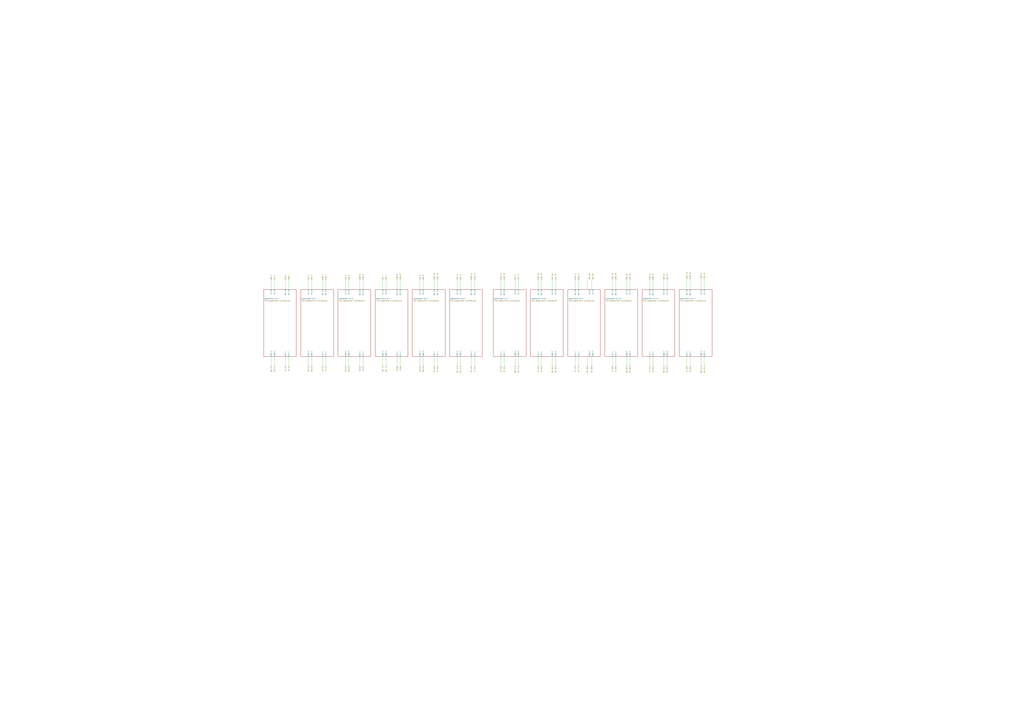
<source format=kicad_sch>
(kicad_sch
	(version 20231120)
	(generator "eeschema")
	(generator_version "8.0")
	(uuid "a48b115d-5929-474c-99af-a7195b6f0be3")
	(paper "A0")
	(lib_symbols)
	(wire
		(pts
			(xy 358.14 414.02) (xy 358.14 425.45)
		)
		(stroke
			(width 0)
			(type default)
		)
		(uuid "01a2f542-cc20-48fb-9768-b277d3721f33")
	)
	(wire
		(pts
			(xy 378.46 325.12) (xy 378.46 336.55)
		)
		(stroke
			(width 0)
			(type default)
		)
		(uuid "01a5d061-018f-432a-97d8-0da8125ebc55")
	)
	(wire
		(pts
			(xy 530.86 325.12) (xy 530.86 336.55)
		)
		(stroke
			(width 0)
			(type default)
		)
		(uuid "04d13afe-c098-4d47-80fe-7fe63ae8eafc")
	)
	(wire
		(pts
			(xy 448.31 414.02) (xy 448.31 425.45)
		)
		(stroke
			(width 0)
			(type default)
		)
		(uuid "0f6f48d1-452f-41b3-aeeb-a8ad3a290ecf")
	)
	(wire
		(pts
			(xy 508 414.02) (xy 508 425.45)
		)
		(stroke
			(width 0)
			(type default)
		)
		(uuid "11e8cdf5-c495-4ec6-8a49-407fec352ee0")
	)
	(wire
		(pts
			(xy 464.82 414.02) (xy 464.82 425.45)
		)
		(stroke
			(width 0)
			(type default)
		)
		(uuid "1395b091-16f4-406d-9b69-797db664cb53")
	)
	(wire
		(pts
			(xy 547.37 325.12) (xy 547.37 336.55)
		)
		(stroke
			(width 0)
			(type default)
		)
		(uuid "16ba195b-0570-4d8e-ba52-a5eb5b9fd326")
	)
	(wire
		(pts
			(xy 797.56 414.02) (xy 797.56 425.45)
		)
		(stroke
			(width 0)
			(type default)
		)
		(uuid "18775cd5-6232-441f-91e6-718809ed07f2")
	)
	(wire
		(pts
			(xy 715.01 414.02) (xy 715.01 425.45)
		)
		(stroke
			(width 0)
			(type default)
		)
		(uuid "19f694d7-5997-4381-8f8a-742a400a2a0a")
	)
	(wire
		(pts
			(xy 628.65 325.12) (xy 628.65 336.55)
		)
		(stroke
			(width 0)
			(type default)
		)
		(uuid "1c504441-5de7-48ad-87c6-58a7103fd522")
	)
	(wire
		(pts
			(xy 461.01 325.12) (xy 461.01 336.55)
		)
		(stroke
			(width 0)
			(type default)
		)
		(uuid "1cec911d-651b-4185-82c2-e5ea89bdba70")
	)
	(wire
		(pts
			(xy 814.07 414.02) (xy 814.07 425.45)
		)
		(stroke
			(width 0)
			(type default)
		)
		(uuid "1eab59d0-44cf-4ff4-9224-04a9742a2681")
	)
	(wire
		(pts
			(xy 318.77 325.12) (xy 318.77 336.55)
		)
		(stroke
			(width 0)
			(type default)
		)
		(uuid "1ec83dd7-1da2-439a-8a12-9cbb643b4b49")
	)
	(wire
		(pts
			(xy 671.83 325.12) (xy 671.83 336.55)
		)
		(stroke
			(width 0)
			(type default)
		)
		(uuid "21889597-34d1-4e40-8639-95557508352d")
	)
	(wire
		(pts
			(xy 681.99 325.12) (xy 681.99 336.55)
		)
		(stroke
			(width 0)
			(type default)
		)
		(uuid "234ef89c-2034-40c8-a184-e73a1a0a62a5")
	)
	(wire
		(pts
			(xy 598.17 414.02) (xy 598.17 425.45)
		)
		(stroke
			(width 0)
			(type default)
		)
		(uuid "23d4b75c-1264-40dc-85ce-434f52a16a89")
	)
	(wire
		(pts
			(xy 401.32 414.02) (xy 401.32 425.45)
		)
		(stroke
			(width 0)
			(type default)
		)
		(uuid "2e011836-a8ae-4d7a-ac1b-e10edf2e143f")
	)
	(wire
		(pts
			(xy 487.68 325.12) (xy 487.68 336.55)
		)
		(stroke
			(width 0)
			(type default)
		)
		(uuid "30ac5f02-cfcc-496e-8d8d-e88512b1d1f9")
	)
	(wire
		(pts
			(xy 711.2 414.02) (xy 711.2 425.45)
		)
		(stroke
			(width 0)
			(type default)
		)
		(uuid "322fcd34-c494-4f66-b250-840bf78d1306")
	)
	(wire
		(pts
			(xy 817.88 414.02) (xy 817.88 425.45)
		)
		(stroke
			(width 0)
			(type default)
		)
		(uuid "3442518b-d94c-438c-b697-1238e1334129")
	)
	(wire
		(pts
			(xy 551.18 325.12) (xy 551.18 336.55)
		)
		(stroke
			(width 0)
			(type default)
		)
		(uuid "34886acd-bab1-4828-8079-d118450ee152")
	)
	(wire
		(pts
			(xy 581.66 414.02) (xy 581.66 425.45)
		)
		(stroke
			(width 0)
			(type default)
		)
		(uuid "34f8fd5a-6e64-4a1d-a182-f9be557fa05d")
	)
	(wire
		(pts
			(xy 405.13 414.02) (xy 405.13 425.45)
		)
		(stroke
			(width 0)
			(type default)
		)
		(uuid "3983a60a-94da-4a43-a6c7-a36d0a61860b")
	)
	(wire
		(pts
			(xy 331.47 325.12) (xy 331.47 336.55)
		)
		(stroke
			(width 0)
			(type default)
		)
		(uuid "399f47e6-aa5f-40c6-96d7-a05c70812d11")
	)
	(wire
		(pts
			(xy 668.02 414.02) (xy 668.02 425.45)
		)
		(stroke
			(width 0)
			(type default)
		)
		(uuid "3d515bb7-d799-4ce9-a0b9-1729ab636946")
	)
	(wire
		(pts
			(xy 444.5 414.02) (xy 444.5 425.45)
		)
		(stroke
			(width 0)
			(type default)
		)
		(uuid "3ffb6eef-ee9b-4286-a196-19af9fa66a4f")
	)
	(wire
		(pts
			(xy 624.84 325.12) (xy 624.84 336.55)
		)
		(stroke
			(width 0)
			(type default)
		)
		(uuid "4541767c-190a-45f1-bca0-cf5a32329733")
	)
	(wire
		(pts
			(xy 378.46 414.02) (xy 378.46 425.45)
		)
		(stroke
			(width 0)
			(type default)
		)
		(uuid "4573063d-d311-48bc-b453-2040fd6d8f1c")
	)
	(wire
		(pts
			(xy 671.83 414.02) (xy 671.83 425.45)
		)
		(stroke
			(width 0)
			(type default)
		)
		(uuid "45976c0b-523a-40e7-bc76-50861dfe71b7")
	)
	(wire
		(pts
			(xy 421.64 325.12) (xy 421.64 336.55)
		)
		(stroke
			(width 0)
			(type default)
		)
		(uuid "496ecbb4-29a3-4530-a802-c675f4e7a6b0")
	)
	(wire
		(pts
			(xy 715.01 325.12) (xy 715.01 336.55)
		)
		(stroke
			(width 0)
			(type default)
		)
		(uuid "49f57ea4-0d07-4ad3-a17e-e1ab7d1fc820")
	)
	(wire
		(pts
			(xy 668.02 325.12) (xy 668.02 336.55)
		)
		(stroke
			(width 0)
			(type default)
		)
		(uuid "53b13a60-6138-4aa3-9872-855b51782e55")
	)
	(wire
		(pts
			(xy 314.96 414.02) (xy 314.96 425.45)
		)
		(stroke
			(width 0)
			(type default)
		)
		(uuid "54cd74c5-ad12-4755-a257-10046d01de67")
	)
	(wire
		(pts
			(xy 374.65 414.02) (xy 374.65 425.45)
		)
		(stroke
			(width 0)
			(type default)
		)
		(uuid "59be2b01-bd62-47e2-8531-4679b9a0cdea")
	)
	(wire
		(pts
			(xy 401.32 325.12) (xy 401.32 336.55)
		)
		(stroke
			(width 0)
			(type default)
		)
		(uuid "5d9c3afc-3d41-480f-b947-3940a06e460e")
	)
	(wire
		(pts
			(xy 585.47 414.02) (xy 585.47 425.45)
		)
		(stroke
			(width 0)
			(type default)
		)
		(uuid "63d22351-54b4-4644-9590-8987d21fbe3b")
	)
	(wire
		(pts
			(xy 508 325.12) (xy 508 336.55)
		)
		(stroke
			(width 0)
			(type default)
		)
		(uuid "64e4dfa5-405f-418c-b938-446cd645159e")
	)
	(wire
		(pts
			(xy 417.83 325.12) (xy 417.83 336.55)
		)
		(stroke
			(width 0)
			(type default)
		)
		(uuid "654f6cf1-3565-4f52-9eb6-1c7497c6e4e6")
	)
	(wire
		(pts
			(xy 421.64 414.02) (xy 421.64 425.45)
		)
		(stroke
			(width 0)
			(type default)
		)
		(uuid "678a7023-c355-4ed4-b699-95d9b55a20bc")
	)
	(wire
		(pts
			(xy 641.35 414.02) (xy 641.35 425.45)
		)
		(stroke
			(width 0)
			(type default)
		)
		(uuid "6ad0de9d-e0d8-4aaf-8614-58cc95dfd82f")
	)
	(wire
		(pts
			(xy 598.17 325.12) (xy 598.17 336.55)
		)
		(stroke
			(width 0)
			(type default)
		)
		(uuid "6bdf5f32-c620-4086-a319-c94698512b29")
	)
	(wire
		(pts
			(xy 817.88 323.85) (xy 817.88 336.55)
		)
		(stroke
			(width 0)
			(type default)
		)
		(uuid "6be71b7f-9d05-4f5f-a27b-5b7086a8785f")
	)
	(wire
		(pts
			(xy 727.71 414.02) (xy 727.71 425.45)
		)
		(stroke
			(width 0)
			(type default)
		)
		(uuid "6fb9a009-666d-4e62-b148-a48047d933df")
	)
	(wire
		(pts
			(xy 770.89 325.12) (xy 770.89 336.55)
		)
		(stroke
			(width 0)
			(type default)
		)
		(uuid "70f620bb-c3cc-4722-98dd-bb18879c498a")
	)
	(wire
		(pts
			(xy 645.16 414.02) (xy 645.16 425.45)
		)
		(stroke
			(width 0)
			(type default)
		)
		(uuid "717e83e0-6588-4d10-a4f2-d58880406a4a")
	)
	(wire
		(pts
			(xy 314.96 325.12) (xy 314.96 336.55)
		)
		(stroke
			(width 0)
			(type default)
		)
		(uuid "7c2e3826-d1c8-4d3a-8b2b-6356556f11b8")
	)
	(wire
		(pts
			(xy 801.37 323.85) (xy 801.37 336.55)
		)
		(stroke
			(width 0)
			(type default)
		)
		(uuid "7f1efee6-c0b4-46d8-8a9d-466a4a0badf3")
	)
	(wire
		(pts
			(xy 335.28 325.12) (xy 335.28 336.55)
		)
		(stroke
			(width 0)
			(type default)
		)
		(uuid "81cca33e-2d72-4e12-9ff3-727a6f7fbde2")
	)
	(wire
		(pts
			(xy 530.86 414.02) (xy 530.86 425.45)
		)
		(stroke
			(width 0)
			(type default)
		)
		(uuid "915589bd-0c4d-4a2f-b5cc-f0043ae2f42a")
	)
	(wire
		(pts
			(xy 758.19 325.12) (xy 758.19 336.55)
		)
		(stroke
			(width 0)
			(type default)
		)
		(uuid "99bb6518-f356-439d-8ec4-7fc1503a3e7f")
	)
	(wire
		(pts
			(xy 358.14 325.12) (xy 358.14 336.55)
		)
		(stroke
			(width 0)
			(type default)
		)
		(uuid "9af00dc1-7afd-4613-a98f-a9487f3048e9")
	)
	(wire
		(pts
			(xy 731.52 325.12) (xy 731.52 336.55)
		)
		(stroke
			(width 0)
			(type default)
		)
		(uuid "9b53fea9-0b52-4eb2-aedd-682e35e6f8dd")
	)
	(wire
		(pts
			(xy 585.47 325.12) (xy 585.47 336.55)
		)
		(stroke
			(width 0)
			(type default)
		)
		(uuid "a223365e-2cd9-440c-abcc-51605d603191")
	)
	(wire
		(pts
			(xy 331.47 414.02) (xy 331.47 425.45)
		)
		(stroke
			(width 0)
			(type default)
		)
		(uuid "a77d0c73-b51a-4f7d-848b-8a89f1e33a15")
	)
	(wire
		(pts
			(xy 628.65 414.02) (xy 628.65 425.45)
		)
		(stroke
			(width 0)
			(type default)
		)
		(uuid "aac3640f-2071-4e08-9384-92ed652e9fcd")
	)
	(wire
		(pts
			(xy 774.7 414.02) (xy 774.7 425.45)
		)
		(stroke
			(width 0)
			(type default)
		)
		(uuid "ac793288-897b-48c5-a2bc-ece5dd0364e3")
	)
	(wire
		(pts
			(xy 487.68 414.02) (xy 487.68 425.45)
		)
		(stroke
			(width 0)
			(type default)
		)
		(uuid "ae4a5948-6974-47ae-893d-39d4b224ac5e")
	)
	(wire
		(pts
			(xy 534.67 325.12) (xy 534.67 336.55)
		)
		(stroke
			(width 0)
			(type default)
		)
		(uuid "b1320c42-3cc8-4e8b-b8eb-f08592fd4785")
	)
	(wire
		(pts
			(xy 801.37 414.02) (xy 801.37 425.45)
		)
		(stroke
			(width 0)
			(type default)
		)
		(uuid "b38bf914-ffbe-4770-ae66-5b49d5289181")
	)
	(wire
		(pts
			(xy 361.95 325.12) (xy 361.95 336.55)
		)
		(stroke
			(width 0)
			(type default)
		)
		(uuid "b5ab3e3f-ef82-46c8-87d3-c68a61f6125d")
	)
	(wire
		(pts
			(xy 727.71 325.12) (xy 727.71 336.55)
		)
		(stroke
			(width 0)
			(type default)
		)
		(uuid "b5d15463-e65d-43ca-a79c-973e0b517e3e")
	)
	(wire
		(pts
			(xy 754.38 414.02) (xy 754.38 425.45)
		)
		(stroke
			(width 0)
			(type default)
		)
		(uuid "ba59e4de-8ab6-43c6-b758-d2e97a86ef2b")
	)
	(wire
		(pts
			(xy 581.66 325.12) (xy 581.66 336.55)
		)
		(stroke
			(width 0)
			(type default)
		)
		(uuid "bb149841-7eaa-4144-8b82-d5425f29301f")
	)
	(wire
		(pts
			(xy 601.98 414.02) (xy 601.98 425.45)
		)
		(stroke
			(width 0)
			(type default)
		)
		(uuid "bc50058b-59b3-4112-99ee-13821d767da8")
	)
	(wire
		(pts
			(xy 361.95 414.02) (xy 361.95 425.45)
		)
		(stroke
			(width 0)
			(type default)
		)
		(uuid "bdaf6bed-58ee-4350-9c01-0770d02d092e")
	)
	(wire
		(pts
			(xy 687.07 325.12) (xy 687.07 336.55)
		)
		(stroke
			(width 0)
			(type default)
		)
		(uuid "be5a7378-144f-4bcc-9c32-7f21d90621ff")
	)
	(wire
		(pts
			(xy 601.98 325.12) (xy 601.98 336.55)
		)
		(stroke
			(width 0)
			(type default)
		)
		(uuid "c2b80058-aa9a-4137-afbf-20fa49cc3968")
	)
	(wire
		(pts
			(xy 547.37 414.02) (xy 547.37 425.45)
		)
		(stroke
			(width 0)
			(type default)
		)
		(uuid "c34f2924-0724-4a85-a036-5489e749be39")
	)
	(wire
		(pts
			(xy 624.84 414.02) (xy 624.84 425.45)
		)
		(stroke
			(width 0)
			(type default)
		)
		(uuid "c352f81e-0f12-4b05-bab6-22c781d3b5df")
	)
	(wire
		(pts
			(xy 504.19 414.02) (xy 504.19 425.45)
		)
		(stroke
			(width 0)
			(type default)
		)
		(uuid "c5224365-c6e8-4be3-b695-19e083f1a024")
	)
	(wire
		(pts
			(xy 335.28 414.02) (xy 335.28 425.45)
		)
		(stroke
			(width 0)
			(type default)
		)
		(uuid "c6cc6e77-ed78-4b1f-a3da-cb5068861d37")
	)
	(wire
		(pts
			(xy 491.49 414.02) (xy 491.49 425.45)
		)
		(stroke
			(width 0)
			(type default)
		)
		(uuid "c78375d4-c23e-4688-91b0-ff7070c30cf0")
	)
	(wire
		(pts
			(xy 504.19 325.12) (xy 504.19 336.55)
		)
		(stroke
			(width 0)
			(type default)
		)
		(uuid "c914402c-9193-4125-ad54-9fc79931cb9e")
	)
	(wire
		(pts
			(xy 774.7 325.12) (xy 774.7 336.55)
		)
		(stroke
			(width 0)
			(type default)
		)
		(uuid "c9f26cf9-0c9b-4a63-9b23-2bec3e8ce295")
	)
	(wire
		(pts
			(xy 731.52 414.02) (xy 731.52 425.45)
		)
		(stroke
			(width 0)
			(type default)
		)
		(uuid "cd6fc569-2454-4f54-be1e-1907b0d4ae02")
	)
	(wire
		(pts
			(xy 374.65 325.12) (xy 374.65 336.55)
		)
		(stroke
			(width 0)
			(type default)
		)
		(uuid "cd978103-1484-4cd3-883c-ac25a5a6923f")
	)
	(wire
		(pts
			(xy 405.13 325.12) (xy 405.13 336.55)
		)
		(stroke
			(width 0)
			(type default)
		)
		(uuid "d076664d-f332-477c-b5f3-a5cafe51b324")
	)
	(wire
		(pts
			(xy 318.77 414.02) (xy 318.77 425.45)
		)
		(stroke
			(width 0)
			(type default)
		)
		(uuid "d8eb7ed0-f912-43a1-ac7d-bc4ed46d9c0d")
	)
	(wire
		(pts
			(xy 551.18 414.02) (xy 551.18 425.45)
		)
		(stroke
			(width 0)
			(type default)
		)
		(uuid "d98b01dd-6e8e-4cd9-8ef8-d7c8b2ca6398")
	)
	(wire
		(pts
			(xy 681.99 414.02) (xy 681.99 425.45)
		)
		(stroke
			(width 0)
			(type default)
		)
		(uuid "daae9b24-8a7e-46dd-ad4c-73bc49b5f18a")
	)
	(wire
		(pts
			(xy 758.19 414.02) (xy 758.19 425.45)
		)
		(stroke
			(width 0)
			(type default)
		)
		(uuid "dc5c6c53-f849-4e3b-bd68-56f76743783e")
	)
	(wire
		(pts
			(xy 464.82 325.12) (xy 464.82 336.55)
		)
		(stroke
			(width 0)
			(type default)
		)
		(uuid "ded0f6f3-37f7-41da-81cb-562d8c3cca8d")
	)
	(wire
		(pts
			(xy 770.89 414.02) (xy 770.89 425.45)
		)
		(stroke
			(width 0)
			(type default)
		)
		(uuid "defb5388-ea03-4dbe-b124-d6d9e46d034e")
	)
	(wire
		(pts
			(xy 641.35 325.12) (xy 641.35 336.55)
		)
		(stroke
			(width 0)
			(type default)
		)
		(uuid "df86be6e-0be6-4459-b341-5db6cc2234dc")
	)
	(wire
		(pts
			(xy 448.31 325.12) (xy 448.31 336.55)
		)
		(stroke
			(width 0)
			(type default)
		)
		(uuid "e417a145-6401-4db0-8328-84c235cd2ca7")
	)
	(wire
		(pts
			(xy 417.83 414.02) (xy 417.83 425.45)
		)
		(stroke
			(width 0)
			(type default)
		)
		(uuid "e4c6c7d7-79a1-4444-9df7-2d11a73bc3d5")
	)
	(wire
		(pts
			(xy 444.5 325.12) (xy 444.5 336.55)
		)
		(stroke
			(width 0)
			(type default)
		)
		(uuid "e910626c-07fd-4353-a8ff-70a98aeba6ed")
	)
	(wire
		(pts
			(xy 687.07 414.02) (xy 687.07 425.45)
		)
		(stroke
			(width 0)
			(type default)
		)
		(uuid "eba965ef-31e5-45ba-b612-ecb1a62eb818")
	)
	(wire
		(pts
			(xy 491.49 325.12) (xy 491.49 336.55)
		)
		(stroke
			(width 0)
			(type default)
		)
		(uuid "ebaad3ba-7b4a-40f5-bd9c-a245e39eb065")
	)
	(wire
		(pts
			(xy 645.16 325.12) (xy 645.16 336.55)
		)
		(stroke
			(width 0)
			(type default)
		)
		(uuid "ecac3d17-1db1-4c09-902b-10851d7a1d3b")
	)
	(wire
		(pts
			(xy 534.67 414.02) (xy 534.67 425.45)
		)
		(stroke
			(width 0)
			(type default)
		)
		(uuid "edfa2e96-e031-4956-819c-d433d81bbf4c")
	)
	(wire
		(pts
			(xy 754.38 325.12) (xy 754.38 336.55)
		)
		(stroke
			(width 0)
			(type default)
		)
		(uuid "f34883db-a919-45b0-941a-c58dc01cf7a5")
	)
	(wire
		(pts
			(xy 461.01 414.02) (xy 461.01 425.45)
		)
		(stroke
			(width 0)
			(type default)
		)
		(uuid "f361b54a-17fc-4853-82f7-aa90f5efcd32")
	)
	(wire
		(pts
			(xy 797.56 323.85) (xy 797.56 336.55)
		)
		(stroke
			(width 0)
			(type default)
		)
		(uuid "f4222e76-1492-4b64-900e-0dd8211d53ba")
	)
	(wire
		(pts
			(xy 814.07 323.85) (xy 814.07 336.55)
		)
		(stroke
			(width 0)
			(type default)
		)
		(uuid "f85c64db-2ef0-46f1-a5b6-ba381633be2c")
	)
	(wire
		(pts
			(xy 711.2 325.12) (xy 711.2 336.55)
		)
		(stroke
			(width 0)
			(type default)
		)
		(uuid "fa312dc2-480e-4668-aa7f-37fbbb486f4c")
	)
	(hierarchical_label "BI 11"
		(shape input)
		(at 534.67 325.12 90)
		(fields_autoplaced yes)
		(effects
			(font
				(size 1.27 1.27)
			)
			(justify left)
		)
		(uuid "01d22240-3660-49b2-bccf-d64c25a9deaf")
	)
	(hierarchical_label "DO 12"
		(shape output)
		(at 551.18 325.12 90)
		(fields_autoplaced yes)
		(effects
			(font
				(size 1.27 1.27)
			)
			(justify left)
		)
		(uuid "045132d9-decf-426c-bfcc-a18a0ccd6b58")
	)
	(hierarchical_label "BI 8"
		(shape input)
		(at 461.01 425.45 270)
		(fields_autoplaced yes)
		(effects
			(font
				(size 1.27 1.27)
			)
			(justify right)
		)
		(uuid "0c19e69c-a04a-4804-af6d-abd1e53abab1")
	)
	(hierarchical_label "DO 7"
		(shape output)
		(at 444.5 425.45 270)
		(fields_autoplaced yes)
		(effects
			(font
				(size 1.27 1.27)
			)
			(justify right)
		)
		(uuid "0c2060e4-7a35-4d98-b132-2e5aaf30fab2")
	)
	(hierarchical_label "DO 20"
		(shape output)
		(at 731.52 425.45 270)
		(fields_autoplaced yes)
		(effects
			(font
				(size 1.27 1.27)
			)
			(justify right)
		)
		(uuid "0f211181-89a8-454f-a0a6-33e4bf5a7e25")
	)
	(hierarchical_label "BI 22"
		(shape input)
		(at 770.89 325.12 90)
		(fields_autoplaced yes)
		(effects
			(font
				(size 1.27 1.27)
			)
			(justify left)
		)
		(uuid "128bf286-76a3-4ea0-a5aa-5095da3cb951")
	)
	(hierarchical_label "BO 15"
		(shape output)
		(at 628.65 325.12 90)
		(fields_autoplaced yes)
		(effects
			(font
				(size 1.27 1.27)
			)
			(justify left)
		)
		(uuid "1508bf1d-2702-40bd-95b2-724e69d47705")
	)
	(hierarchical_label "DI 17"
		(shape input)
		(at 668.02 425.45 270)
		(fields_autoplaced yes)
		(effects
			(font
				(size 1.27 1.27)
			)
			(justify right)
		)
		(uuid "1582cdfc-c756-4d4b-aa18-aae36cbcbbb8")
	)
	(hierarchical_label "BI 17"
		(shape input)
		(at 671.83 425.45 270)
		(fields_autoplaced yes)
		(effects
			(font
				(size 1.27 1.27)
			)
			(justify right)
		)
		(uuid "17f9886e-4bcd-4a64-bce5-98cb6ed40be7")
	)
	(hierarchical_label "DI 20"
		(shape input)
		(at 731.52 325.12 90)
		(fields_autoplaced yes)
		(effects
			(font
				(size 1.27 1.27)
			)
			(justify left)
		)
		(uuid "19460cd7-32f7-4c15-bda4-bb3b6ba0a7c8")
	)
	(hierarchical_label "BO 21"
		(shape output)
		(at 758.19 325.12 90)
		(fields_autoplaced yes)
		(effects
			(font
				(size 1.27 1.27)
			)
			(justify left)
		)
		(uuid "196e4b24-8598-47ac-ab5e-a2334ccdc0cb")
	)
	(hierarchical_label "DI 7"
		(shape input)
		(at 444.5 325.12 90)
		(fields_autoplaced yes)
		(effects
			(font
				(size 1.27 1.27)
			)
			(justify left)
		)
		(uuid "19956cea-2421-4be3-9210-352ca43dd61a")
	)
	(hierarchical_label "BI 9"
		(shape input)
		(at 491.49 325.12 90)
		(fields_autoplaced yes)
		(effects
			(font
				(size 1.27 1.27)
			)
			(justify left)
		)
		(uuid "20366f8b-de79-4f85-9194-37676e5d4d7c")
	)
	(hierarchical_label "BO 23"
		(shape output)
		(at 801.37 323.85 90)
		(fields_autoplaced yes)
		(effects
			(font
				(size 1.27 1.27)
			)
			(justify left)
		)
		(uuid "24c3c305-6438-41e7-a58d-b6cc37a71ead")
	)
	(hierarchical_label "BO 18"
		(shape output)
		(at 681.99 425.45 270)
		(fields_autoplaced yes)
		(effects
			(font
				(size 1.27 1.27)
			)
			(justify right)
		)
		(uuid "324ea0fe-2823-4b74-9915-b762480f0a2f")
	)
	(hierarchical_label "DO 22"
		(shape output)
		(at 774.7 425.45 270)
		(fields_autoplaced yes)
		(effects
			(font
				(size 1.27 1.27)
			)
			(justify right)
		)
		(uuid "34d85f3f-f16f-410f-afb6-f23987c55ca0")
	)
	(hierarchical_label "BO 17"
		(shape output)
		(at 671.83 325.12 90)
		(fields_autoplaced yes)
		(effects
			(font
				(size 1.27 1.27)
			)
			(justify left)
		)
		(uuid "36d1373e-3f83-47df-bca6-f01b0a7a64f4")
	)
	(hierarchical_label "DI 6"
		(shape input)
		(at 421.64 425.45 270)
		(fields_autoplaced yes)
		(effects
			(font
				(size 1.27 1.27)
			)
			(justify right)
		)
		(uuid "3884c261-bbf0-4c31-a58e-7f6e07fbb9aa")
	)
	(hierarchical_label "BI 20"
		(shape input)
		(at 727.71 325.12 90)
		(fields_autoplaced yes)
		(effects
			(font
				(size 1.27 1.27)
			)
			(justify left)
		)
		(uuid "39263045-a745-43f5-adc8-128b0a92dae0")
	)
	(hierarchical_label "DO 13"
		(shape output)
		(at 581.66 325.12 90)
		(fields_autoplaced yes)
		(effects
			(font
				(size 1.27 1.27)
			)
			(justify left)
		)
		(uuid "39f07a93-2e6e-4535-b98f-4449aa59d41e")
	)
	(hierarchical_label "BI 14"
		(shape input)
		(at 598.17 325.12 90)
		(fields_autoplaced yes)
		(effects
			(font
				(size 1.27 1.27)
			)
			(justify left)
		)
		(uuid "3bb5e7d0-dae8-428f-8998-ef1e30e643bc")
	)
	(hierarchical_label "DO 24"
		(shape output)
		(at 817.88 425.45 270)
		(fields_autoplaced yes)
		(effects
			(font
				(size 1.27 1.27)
			)
			(justify right)
		)
		(uuid "3de11ab6-ce91-46db-89d5-0b6244902863")
	)
	(hierarchical_label "DI 16"
		(shape input)
		(at 645.16 325.12 90)
		(fields_autoplaced yes)
		(effects
			(font
				(size 1.27 1.27)
			)
			(justify left)
		)
		(uuid "3f77b906-5f0c-473b-86e5-4fa9e1a777fc")
	)
	(hierarchical_label "BO 12"
		(shape output)
		(at 547.37 325.12 90)
		(fields_autoplaced yes)
		(effects
			(font
				(size 1.27 1.27)
			)
			(justify left)
		)
		(uuid "41da603e-6a5a-4f9c-b9ad-f665338adeac")
	)
	(hierarchical_label "BI 1"
		(shape input)
		(at 335.28 425.45 270)
		(fields_autoplaced yes)
		(effects
			(font
				(size 1.27 1.27)
			)
			(justify right)
		)
		(uuid "435079ec-ae1f-43ca-b13d-9463d145594b")
	)
	(hierarchical_label "BO 1"
		(shape output)
		(at 335.28 325.12 90)
		(fields_autoplaced yes)
		(effects
			(font
				(size 1.27 1.27)
			)
			(justify left)
		)
		(uuid "44ba7993-f77b-4250-ab62-ad1e73acb745")
	)
	(hierarchical_label "BO 5"
		(shape output)
		(at 405.13 425.45 270)
		(fields_autoplaced yes)
		(effects
			(font
				(size 1.27 1.27)
			)
			(justify right)
		)
		(uuid "45d6a909-6459-4cdf-822d-4e60c0fbbcea")
	)
	(hierarchical_label "DI 1"
		(shape input)
		(at 331.47 425.45 270)
		(fields_autoplaced yes)
		(effects
			(font
				(size 1.27 1.27)
			)
			(justify right)
		)
		(uuid "46565ceb-4682-4738-aff3-328bb00002b4")
	)
	(hierarchical_label "DO 17"
		(shape output)
		(at 668.02 325.12 90)
		(fields_autoplaced yes)
		(effects
			(font
				(size 1.27 1.27)
			)
			(justify left)
		)
		(uuid "468ab6f2-4dae-499e-8e1b-c442cec28629")
	)
	(hierarchical_label "BO 14"
		(shape output)
		(at 598.17 425.45 270)
		(fields_autoplaced yes)
		(effects
			(font
				(size 1.27 1.27)
			)
			(justify right)
		)
		(uuid "48adae95-c7b7-4006-bc58-9985a6f9cc33")
	)
	(hierarchical_label "BI 16"
		(shape input)
		(at 641.35 325.12 90)
		(fields_autoplaced yes)
		(effects
			(font
				(size 1.27 1.27)
			)
			(justify left)
		)
		(uuid "4c5eb704-f794-461e-a8f7-3342d5afbdc2")
	)
	(hierarchical_label "BI 2"
		(shape input)
		(at 314.96 325.12 90)
		(fields_autoplaced yes)
		(effects
			(font
				(size 1.27 1.27)
			)
			(justify left)
		)
		(uuid "4ea665b0-3ffb-424f-8713-1d57162817e6")
	)
	(hierarchical_label "BI 15"
		(shape input)
		(at 628.65 425.45 270)
		(fields_autoplaced yes)
		(effects
			(font
				(size 1.27 1.27)
			)
			(justify right)
		)
		(uuid "52b572b8-8148-4964-a830-9495617872ee")
	)
	(hierarchical_label "BO 7"
		(shape output)
		(at 448.31 425.45 270)
		(fields_autoplaced yes)
		(effects
			(font
				(size 1.27 1.27)
			)
			(justify right)
		)
		(uuid "568cdea8-446d-4420-9915-ce9ba3e6dc7d")
	)
	(hierarchical_label "DI 9"
		(shape input)
		(at 487.68 325.12 90)
		(fields_autoplaced yes)
		(effects
			(font
				(size 1.27 1.27)
			)
			(justify left)
		)
		(uuid "5bcd2d2c-0f4a-4076-bf86-b51f1d27c1c7")
	)
	(hierarchical_label "BI 3"
		(shape input)
		(at 361.95 325.12 90)
		(fields_autoplaced yes)
		(effects
			(font
				(size 1.27 1.27)
			)
			(justify left)
		)
		(uuid "5c04e4ba-a8ec-42a3-9a86-162c30eccafb")
	)
	(hierarchical_label "DI 22"
		(shape input)
		(at 774.7 325.12 90)
		(fields_autoplaced yes)
		(effects
			(font
				(size 1.27 1.27)
			)
			(justify left)
		)
		(uuid "5cfc833e-c2ed-408e-98c3-b7493faeb968")
	)
	(hierarchical_label "BO 8"
		(shape output)
		(at 464.82 325.12 90)
		(fields_autoplaced yes)
		(effects
			(font
				(size 1.27 1.27)
			)
			(justify left)
		)
		(uuid "61776e4d-d835-4740-96a2-084a069de739")
	)
	(hierarchical_label "DO 18"
		(shape output)
		(at 687.07 425.45 270)
		(fields_autoplaced yes)
		(effects
			(font
				(size 1.27 1.27)
			)
			(justify right)
		)
		(uuid "620fdd14-5ff4-4b40-9090-488a725fadcc")
	)
	(hierarchical_label "DI 11"
		(shape input)
		(at 530.86 325.12 90)
		(fields_autoplaced yes)
		(effects
			(font
				(size 1.27 1.27)
			)
			(justify left)
		)
		(uuid "632a40ea-181d-4eda-9ac6-fbbe2cf5c977")
	)
	(hierarchical_label "BI 7"
		(shape input)
		(at 448.31 325.12 90)
		(fields_autoplaced yes)
		(effects
			(font
				(size 1.27 1.27)
			)
			(justify left)
		)
		(uuid "63537d1f-69ac-4ee4-8625-be902b3e4cc4")
	)
	(hierarchical_label "BO 19"
		(shape output)
		(at 715.01 325.12 90)
		(fields_autoplaced yes)
		(effects
			(font
				(size 1.27 1.27)
			)
			(justify left)
		)
		(uuid "6722379d-4ac6-4d35-8d5c-e42f4445a841")
	)
	(hierarchical_label "DI 8"
		(shape input)
		(at 464.82 425.45 270)
		(fields_autoplaced yes)
		(effects
			(font
				(size 1.27 1.27)
			)
			(justify right)
		)
		(uuid "67a0ca14-8d25-4417-b2b2-f931cb3b3ccc")
	)
	(hierarchical_label "BI 24"
		(shape input)
		(at 814.07 323.85 90)
		(fields_autoplaced yes)
		(effects
			(font
				(size 1.27 1.27)
			)
			(justify left)
		)
		(uuid "6af60980-48b6-44ad-976a-da02d7ef17f6")
	)
	(hierarchical_label "BI 5"
		(shape input)
		(at 405.13 325.12 90)
		(fields_autoplaced yes)
		(effects
			(font
				(size 1.27 1.27)
			)
			(justify left)
		)
		(uuid "7802c613-d74a-45e0-b22d-e4057e2ab43f")
	)
	(hierarchical_label "DI 18"
		(shape input)
		(at 688.34 325.12 90)
		(fields_autoplaced yes)
		(effects
			(font
				(size 1.27 1.27)
			)
			(justify left)
		)
		(uuid "78a2b429-dc0f-45ac-b80c-a0744c06a87d")
	)
	(hierarchical_label "BI 19"
		(shape input)
		(at 715.01 425.45 270)
		(fields_autoplaced yes)
		(effects
			(font
				(size 1.27 1.27)
			)
			(justify right)
		)
		(uuid "79ff27f5-e0af-4eb7-95d2-c22de080ae00")
	)
	(hierarchical_label "BO 2"
		(shape output)
		(at 314.96 425.45 270)
		(fields_autoplaced yes)
		(effects
			(font
				(size 1.27 1.27)
			)
			(justify right)
		)
		(uuid "7a67f15f-8416-4f22-b303-3854eec37011")
	)
	(hierarchical_label "BI 18"
		(shape input)
		(at 684.53 325.12 90)
		(fields_autoplaced yes)
		(effects
			(font
				(size 1.27 1.27)
			)
			(justify left)
		)
		(uuid "7ddad32a-076d-413d-8bbd-aa85cab209fc")
	)
	(hierarchical_label "DI 2"
		(shape input)
		(at 318.77 325.12 90)
		(fields_autoplaced yes)
		(effects
			(font
				(size 1.27 1.27)
			)
			(justify left)
		)
		(uuid "80904779-dc4b-4bdd-bae3-2b873cdba896")
	)
	(hierarchical_label "DO 15"
		(shape output)
		(at 624.84 325.12 90)
		(fields_autoplaced yes)
		(effects
			(font
				(size 1.27 1.27)
			)
			(justify left)
		)
		(uuid "818a9e3b-77ae-43b4-9853-574a0aa0e963")
	)
	(hierarchical_label "BO 24"
		(shape output)
		(at 814.07 425.45 270)
		(fields_autoplaced yes)
		(effects
			(font
				(size 1.27 1.27)
			)
			(justify right)
		)
		(uuid "81a58319-f8b3-4bab-968d-0fc21961cf97")
	)
	(hierarchical_label "DI 12"
		(shape input)
		(at 551.18 425.45 270)
		(fields_autoplaced yes)
		(effects
			(font
				(size 1.27 1.27)
			)
			(justify right)
		)
		(uuid "823f89f1-9f2a-48d3-9d9a-6e18d048abd5")
	)
	(hierarchical_label "DI 4"
		(shape input)
		(at 378.46 425.45 270)
		(fields_autoplaced yes)
		(effects
			(font
				(size 1.27 1.27)
			)
			(justify right)
		)
		(uuid "86cccd9a-7fa0-4305-bac5-64d4e6b1529f")
	)
	(hierarchical_label "DO 16"
		(shape output)
		(at 645.16 425.45 270)
		(fields_autoplaced yes)
		(effects
			(font
				(size 1.27 1.27)
			)
			(justify right)
		)
		(uuid "8b3dd7ce-45c4-4cfa-a860-c6d61af7cc4f")
	)
	(hierarchical_label "DO 1"
		(shape output)
		(at 331.47 325.12 90)
		(fields_autoplaced yes)
		(effects
			(font
				(size 1.27 1.27)
			)
			(justify left)
		)
		(uuid "8bb2def8-e9d4-46a5-81e7-076dbe856314")
	)
	(hierarchical_label "BO 13"
		(shape output)
		(at 585.47 325.12 90)
		(fields_autoplaced yes)
		(effects
			(font
				(size 1.27 1.27)
			)
			(justify left)
		)
		(uuid "8f5a732d-6168-46e5-9273-81fff16bcf58")
	)
	(hierarchical_label "DO 14"
		(shape output)
		(at 601.98 425.45 270)
		(fields_autoplaced yes)
		(effects
			(font
				(size 1.27 1.27)
			)
			(justify right)
		)
		(uuid "8f62dba2-15dc-452d-8dc8-a636491123b4")
	)
	(hierarchical_label "BO 4"
		(shape output)
		(at 374.65 325.12 90)
		(fields_autoplaced yes)
		(effects
			(font
				(size 1.27 1.27)
			)
			(justify left)
		)
		(uuid "91cb7159-c887-4417-8530-7ce331533605")
	)
	(hierarchical_label "DI 5"
		(shape input)
		(at 401.32 325.12 90)
		(fields_autoplaced yes)
		(effects
			(font
				(size 1.27 1.27)
			)
			(justify left)
		)
		(uuid "9bcbb119-9a89-4c3f-997d-3fcde17834b8")
	)
	(hierarchical_label "BO 3"
		(shape output)
		(at 361.95 425.45 270)
		(fields_autoplaced yes)
		(effects
			(font
				(size 1.27 1.27)
			)
			(justify right)
		)
		(uuid "a6de0ea5-0193-4bc9-883b-46d3ec514bcb")
	)
	(hierarchical_label "BO 11"
		(shape output)
		(at 534.67 425.45 270)
		(fields_autoplaced yes)
		(effects
			(font
				(size 1.27 1.27)
			)
			(justify right)
		)
		(uuid "a8cb91e8-a9cf-4003-8679-ebb17e0d13f2")
	)
	(hierarchical_label "BO 9"
		(shape output)
		(at 491.49 425.45 270)
		(fields_autoplaced yes)
		(effects
			(font
				(size 1.27 1.27)
			)
			(justify right)
		)
		(uuid "b28cd139-1f1b-41cd-a138-81989a6061a6")
	)
	(hierarchical_label "BI 21"
		(shape input)
		(at 758.19 425.45 270)
		(fields_autoplaced yes)
		(effects
			(font
				(size 1.27 1.27)
			)
			(justify right)
		)
		(uuid "b41c82f1-a854-4ac7-aa6f-dc0fe5559bc0")
	)
	(hierarchical_label "DI 14"
		(shape input)
		(at 601.98 325.12 90)
		(fields_autoplaced yes)
		(effects
			(font
				(size 1.27 1.27)
			)
			(justify left)
		)
		(uuid "b477f87f-9f87-4a50-b3aa-5be22122c3cf")
	)
	(hierarchical_label "DI 21"
		(shape input)
		(at 754.38 425.45 270)
		(fields_autoplaced yes)
		(effects
			(font
				(size 1.27 1.27)
			)
			(justify right)
		)
		(uuid "b5c7d917-5c3e-4af5-83a8-9de9c4d1f224")
	)
	(hierarchical_label "DO 23"
		(shape output)
		(at 797.56 323.85 90)
		(fields_autoplaced yes)
		(effects
			(font
				(size 1.27 1.27)
			)
			(justify left)
		)
		(uuid "b8d062cf-60cf-4d34-a4e8-d65c40a202ac")
	)
	(hierarchical_label "DO 2"
		(shape output)
		(at 318.77 425.45 270)
		(fields_autoplaced yes)
		(effects
			(font
				(size 1.27 1.27)
			)
			(justify right)
		)
		(uuid "baf1ac96-e17b-4fba-a253-55f4fbffe3dc")
	)
	(hierarchical_label "DO 5"
		(shape output)
		(at 401.32 425.45 270)
		(fields_autoplaced yes)
		(effects
			(font
				(size 1.27 1.27)
			)
			(justify right)
		)
		(uuid "bda3bdaf-24cd-4a00-bccb-8fdfc0d4d0e0")
	)
	(hierarchical_label "BO 16"
		(shape output)
		(at 641.35 425.45 270)
		(fields_autoplaced yes)
		(effects
			(font
				(size 1.27 1.27)
			)
			(justify right)
		)
		(uuid "bee8cf9d-ae61-48df-b7dc-791df409d738")
	)
	(hierarchical_label "DI 3"
		(shape input)
		(at 358.14 325.12 90)
		(fields_autoplaced yes)
		(effects
			(font
				(size 1.27 1.27)
			)
			(justify left)
		)
		(uuid "bf43be98-80f6-40e6-a8e7-aa993e6443de")
	)
	(hierarchical_label "DI 24"
		(shape input)
		(at 817.88 323.85 90)
		(fields_autoplaced yes)
		(effects
			(font
				(size 1.27 1.27)
			)
			(justify left)
		)
		(uuid "c1d3425a-5061-4662-b01e-6109f634a311")
	)
	(hierarchical_label "DO 8"
		(shape output)
		(at 461.01 325.12 90)
		(fields_autoplaced yes)
		(effects
			(font
				(size 1.27 1.27)
			)
			(justify left)
		)
		(uuid "c2f6a245-9a45-4c70-b34e-99d7d3e688ed")
	)
	(hierarchical_label "BO 22"
		(shape output)
		(at 770.89 425.45 270)
		(fields_autoplaced yes)
		(effects
			(font
				(size 1.27 1.27)
			)
			(justify right)
		)
		(uuid "c3160554-2a13-42fe-880f-7b635bd1a591")
	)
	(hierarchical_label "DO 4"
		(shape output)
		(at 378.46 325.12 90)
		(fields_autoplaced yes)
		(effects
			(font
				(size 1.27 1.27)
			)
			(justify left)
		)
		(uuid "c7e816d7-1a7e-499f-82f0-3c55c81fbdc6")
	)
	(hierarchical_label "BO 10"
		(shape output)
		(at 504.19 325.12 90)
		(fields_autoplaced yes)
		(effects
			(font
				(size 1.27 1.27)
			)
			(justify left)
		)
		(uuid "cc0b75de-a84d-436f-9f2a-9dcd6956a8d7")
	)
	(hierarchical_label "DI 13"
		(shape input)
		(at 581.66 425.45 270)
		(fields_autoplaced yes)
		(effects
			(font
				(size 1.27 1.27)
			)
			(justify right)
		)
		(uuid "cc628ed2-36e8-4eee-b56f-7eb05db9159d")
	)
	(hierarchical_label "DI 19"
		(shape input)
		(at 711.2 425.45 270)
		(fields_autoplaced yes)
		(effects
			(font
				(size 1.27 1.27)
			)
			(justify right)
		)
		(uuid "ce772c15-0fe7-4b5f-84b0-ca12e75823c4")
	)
	(hierarchical_label "DO 19"
		(shape output)
		(at 711.2 325.12 90)
		(fields_autoplaced yes)
		(effects
			(font
				(size 1.27 1.27)
			)
			(justify left)
		)
		(uuid "d0b20712-72c5-4ddc-a025-39a1566c6922")
	)
	(hierarchical_label "BO 20"
		(shape output)
		(at 727.71 425.45 270)
		(fields_autoplaced yes)
		(effects
			(font
				(size 1.27 1.27)
			)
			(justify right)
		)
		(uuid "d14db111-a17e-4009-b1b6-f4412892f459")
	)
	(hierarchical_label "BO 6"
		(shape output)
		(at 417.83 325.12 90)
		(fields_autoplaced yes)
		(effects
			(font
				(size 1.27 1.27)
			)
			(justify left)
		)
		(uuid "d2ce8776-0ff9-4c18-b5b3-1811fdfdb43d")
	)
	(hierarchical_label "BI 13"
		(shape input)
		(at 585.47 425.45 270)
		(fields_autoplaced yes)
		(effects
			(font
				(size 1.27 1.27)
			)
			(justify right)
		)
		(uuid "d9a5e877-a8e2-42cc-8671-f5f34dfa75b0")
	)
	(hierarchical_label "DO 10"
		(shape output)
		(at 508 325.12 90)
		(fields_autoplaced yes)
		(effects
			(font
				(size 1.27 1.27)
			)
			(justify left)
		)
		(uuid "dc084a89-ae49-488e-81d3-9f7f0ee05c35")
	)
	(hierarchical_label "DI 15"
		(shape input)
		(at 624.84 425.45 270)
		(fields_autoplaced yes)
		(effects
			(font
				(size 1.27 1.27)
			)
			(justify right)
		)
		(uuid "dc349213-02fc-40cf-b5fb-c5bd63d8c629")
	)
	(hierarchical_label "DI 23"
		(shape input)
		(at 797.56 425.45 270)
		(fields_autoplaced yes)
		(effects
			(font
				(size 1.27 1.27)
			)
			(justify right)
		)
		(uuid "dc4840d6-628c-4a8c-b4a5-070125795034")
	)
	(hierarchical_label "BI 4"
		(shape input)
		(at 374.65 425.45 270)
		(fields_autoplaced yes)
		(effects
			(font
				(size 1.27 1.27)
			)
			(justify right)
		)
		(uuid "de352021-4571-4150-9c0f-1c451ba5d8d2")
	)
	(hierarchical_label "DO 21"
		(shape output)
		(at 754.38 325.12 90)
		(fields_autoplaced yes)
		(effects
			(font
				(size 1.27 1.27)
			)
			(justify left)
		)
		(uuid "dedd45de-e589-475d-9cee-0bae2d0afd4b")
	)
	(hierarchical_label "BI 6"
		(shape input)
		(at 417.83 425.45 270)
		(fields_autoplaced yes)
		(effects
			(font
				(size 1.27 1.27)
			)
			(justify right)
		)
		(uuid "df345c97-3621-4e6e-9103-2614fd687df5")
	)
	(hierarchical_label "DO 6"
		(shape output)
		(at 421.64 325.12 90)
		(fields_autoplaced yes)
		(effects
			(font
				(size 1.27 1.27)
			)
			(justify left)
		)
		(uuid "e6a0a33c-60ab-4ac6-89fe-0b72d6611c72")
	)
	(hierarchical_label "DO 11"
		(shape output)
		(at 530.86 425.45 270)
		(fields_autoplaced yes)
		(effects
			(font
				(size 1.27 1.27)
			)
			(justify right)
		)
		(uuid "e750f7af-2fcf-4eaf-867a-f76253365d21")
	)
	(hierarchical_label "BI 10"
		(shape input)
		(at 504.19 425.45 270)
		(fields_autoplaced yes)
		(effects
			(font
				(size 1.27 1.27)
			)
			(justify right)
		)
		(uuid "e7a7eddb-7422-4daa-81ab-76eb2a86b548")
	)
	(hierarchical_label "BI 23"
		(shape input)
		(at 801.37 425.45 270)
		(fields_autoplaced yes)
		(effects
			(font
				(size 1.27 1.27)
			)
			(justify right)
		)
		(uuid "e9140f98-ec7c-454d-883c-8df52ab2cd60")
	)
	(hierarchical_label "DO 9"
		(shape output)
		(at 487.68 425.45 270)
		(fields_autoplaced yes)
		(effects
			(font
				(size 1.27 1.27)
			)
			(justify right)
		)
		(uuid "f64609fb-98d2-4612-b97b-296f01f98bc0")
	)
	(hierarchical_label "DI 10"
		(shape input)
		(at 508 425.45 270)
		(fields_autoplaced yes)
		(effects
			(font
				(size 1.27 1.27)
			)
			(justify right)
		)
		(uuid "f6772aba-7a67-431f-979c-0c1156d5285e")
	)
	(hierarchical_label "DO 3"
		(shape output)
		(at 358.14 425.45 270)
		(fields_autoplaced yes)
		(effects
			(font
				(size 1.27 1.27)
			)
			(justify right)
		)
		(uuid "f9c76ad8-1de3-4f03-977f-9da868e6345e")
	)
	(hierarchical_label "BI 12"
		(shape input)
		(at 547.37 425.45 270)
		(fields_autoplaced yes)
		(effects
			(font
				(size 1.27 1.27)
			)
			(justify right)
		)
		(uuid "fab2d23e-5a0d-40d0-9c10-833f8afcb0ee")
	)
	(sheet
		(at 392.43 336.55)
		(size 38.1 77.47)
		(stroke
			(width 0.1524)
			(type solid)
		)
		(fill
			(color 0 0 0 0.0000)
		)
		(uuid "020ee5d9-1838-4650-ba8c-408ec11c5d2a")
		(property "Sheetname" "UpDownPair-9-3"
			(at 393.192 347.726 0)
			(effects
				(font
					(size 1.27 1.27)
				)
				(justify left bottom)
			)
		)
		(property "Sheetfile" "UpDownPair-14.kicad_sch"
			(at 393.192 348.742 0)
			(effects
				(font
					(size 1.27 1.27)
				)
				(justify left top)
			)
		)
		(pin "BO 2" output
			(at 405.13 414.02 270)
			(effects
				(font
					(size 1.27 1.27)
				)
				(justify left)
			)
			(uuid "e4f822f0-b5c0-4ff6-938e-8729e9df0539")
		)
		(pin "DO 2" output
			(at 401.32 414.02 270)
			(effects
				(font
					(size 1.27 1.27)
				)
				(justify left)
			)
			(uuid "9cf4db05-d8a0-4b1d-8089-7e41fd09c9ba")
		)
		(pin "DI 1" input
			(at 421.64 414.02 270)
			(effects
				(font
					(size 1.27 1.27)
				)
				(justify left)
			)
			(uuid "110e0cd4-14c6-43e7-bcec-b8bf6c2a0d4f")
		)
		(pin "BI 1" input
			(at 417.83 414.02 270)
			(effects
				(font
					(size 1.27 1.27)
				)
				(justify left)
			)
			(uuid "da4ffac0-24ea-431a-92ba-f17f1df4ef9a")
		)
		(pin "DI 2" input
			(at 401.32 336.55 90)
			(effects
				(font
					(size 1.27 1.27)
				)
				(justify right)
			)
			(uuid "943f35a5-3c93-48bc-933a-195121c8dcad")
		)
		(pin "BI 2" input
			(at 405.13 336.55 90)
			(effects
				(font
					(size 1.27 1.27)
				)
				(justify right)
			)
			(uuid "143a3cdd-420a-43eb-a8f6-5659c3778691")
		)
		(pin "BO 1" output
			(at 417.83 336.55 90)
			(effects
				(font
					(size 1.27 1.27)
				)
				(justify right)
			)
			(uuid "938849c4-68ff-4a3e-881e-ba25ca296d36")
		)
		(pin "DO 1" output
			(at 421.64 336.55 90)
			(effects
				(font
					(size 1.27 1.27)
				)
				(justify right)
			)
			(uuid "2c7302be-8a0f-4144-8cb3-71d7c604fd8e")
		)
		(instances
			(project "150cm_Flex"
				(path "/17df333e-d149-4392-adc0-5d83e3b66059/41349166-a6e6-499e-bd69-c893cc695fdf"
					(page "27")
				)
			)
		)
	)
	(sheet
		(at 572.77 336.55)
		(size 38.1 77.47)
		(stroke
			(width 0.1524)
			(type solid)
		)
		(fill
			(color 0 0 0 0.0000)
		)
		(uuid "1028e549-b8f1-4156-ac66-249cb5d564a0")
		(property "Sheetname" "UpDownPair-9-7"
			(at 573.532 347.726 0)
			(effects
				(font
					(size 1.27 1.27)
				)
				(justify left bottom)
			)
		)
		(property "Sheetfile" "UpDownPair-14.kicad_sch"
			(at 573.532 348.742 0)
			(effects
				(font
					(size 1.27 1.27)
				)
				(justify left top)
			)
		)
		(pin "BO 2" output
			(at 598.17 414.02 270)
			(effects
				(font
					(size 1.27 1.27)
				)
				(justify left)
			)
			(uuid "938a7bb1-eaf2-49a3-8eb1-9a9ef3505782")
		)
		(pin "DO 2" output
			(at 601.98 414.02 270)
			(effects
				(font
					(size 1.27 1.27)
				)
				(justify left)
			)
			(uuid "746b64c7-2103-444f-bc8c-2e8a0c4778c3")
		)
		(pin "DI 1" input
			(at 581.66 414.02 270)
			(effects
				(font
					(size 1.27 1.27)
				)
				(justify left)
			)
			(uuid "32cb255f-2bbd-4f7b-9af9-6c1051322cc7")
		)
		(pin "BI 1" input
			(at 585.47 414.02 270)
			(effects
				(font
					(size 1.27 1.27)
				)
				(justify left)
			)
			(uuid "2dc360bc-8ab7-472d-bd01-809fbb7fa47a")
		)
		(pin "DI 2" input
			(at 601.98 336.55 90)
			(effects
				(font
					(size 1.27 1.27)
				)
				(justify right)
			)
			(uuid "2010ed77-758e-4666-8f44-cf4d64c5c077")
		)
		(pin "BI 2" input
			(at 598.17 336.55 90)
			(effects
				(font
					(size 1.27 1.27)
				)
				(justify right)
			)
			(uuid "21cc4f71-1ed4-4a22-9578-e6c2e53ab654")
		)
		(pin "BO 1" output
			(at 585.47 336.55 90)
			(effects
				(font
					(size 1.27 1.27)
				)
				(justify right)
			)
			(uuid "ca5824ec-09e5-4469-bfe8-2468ba84b7fb")
		)
		(pin "DO 1" output
			(at 581.66 336.55 90)
			(effects
				(font
					(size 1.27 1.27)
				)
				(justify right)
			)
			(uuid "01e3edb7-c136-486f-9295-ad669ba65cfa")
		)
		(instances
			(project "150cm_Flex"
				(path "/17df333e-d149-4392-adc0-5d83e3b66059/41349166-a6e6-499e-bd69-c893cc695fdf"
					(page "31")
				)
			)
		)
	)
	(sheet
		(at 788.67 336.55)
		(size 38.1 77.47)
		(stroke
			(width 0.1524)
			(type solid)
		)
		(fill
			(color 0 0 0 0.0000)
		)
		(uuid "134f2a06-3522-4b4a-a1ac-38110330838b")
		(property "Sheetname" "UpDownPair-9-12"
			(at 789.432 347.726 0)
			(effects
				(font
					(size 1.27 1.27)
				)
				(justify left bottom)
			)
		)
		(property "Sheetfile" "UpDownPair-14.kicad_sch"
			(at 789.432 348.742 0)
			(effects
				(font
					(size 1.27 1.27)
				)
				(justify left top)
			)
		)
		(pin "BO 2" output
			(at 814.07 414.02 270)
			(effects
				(font
					(size 1.27 1.27)
				)
				(justify left)
			)
			(uuid "394dc976-51c9-4e37-8418-f25d15b9237f")
		)
		(pin "DO 2" output
			(at 817.88 414.02 270)
			(effects
				(font
					(size 1.27 1.27)
				)
				(justify left)
			)
			(uuid "ce2914e0-7c98-4627-8134-86827d7de052")
		)
		(pin "DI 1" input
			(at 797.56 414.02 270)
			(effects
				(font
					(size 1.27 1.27)
				)
				(justify left)
			)
			(uuid "bbe10f0c-9689-4421-b7ff-4540000d1609")
		)
		(pin "BI 1" input
			(at 801.37 414.02 270)
			(effects
				(font
					(size 1.27 1.27)
				)
				(justify left)
			)
			(uuid "b13b9c85-8edd-44d6-9c43-8f79f71332b1")
		)
		(pin "DI 2" input
			(at 817.88 336.55 90)
			(effects
				(font
					(size 1.27 1.27)
				)
				(justify right)
			)
			(uuid "c166db4a-6a14-4af3-9cd5-efc6ec2f54c8")
		)
		(pin "BI 2" input
			(at 814.07 336.55 90)
			(effects
				(font
					(size 1.27 1.27)
				)
				(justify right)
			)
			(uuid "0c3c06a2-4b24-4b16-8d3a-9aab3b6f9d6d")
		)
		(pin "BO 1" output
			(at 801.37 336.55 90)
			(effects
				(font
					(size 1.27 1.27)
				)
				(justify right)
			)
			(uuid "d3e9e48f-4714-4063-9e8e-4175e1b09430")
		)
		(pin "DO 1" output
			(at 797.56 336.55 90)
			(effects
				(font
					(size 1.27 1.27)
				)
				(justify right)
			)
			(uuid "afaa6e68-a5a4-472b-aca8-fba1890bd90e")
		)
		(instances
			(project "150cm_Flex"
				(path "/17df333e-d149-4392-adc0-5d83e3b66059/41349166-a6e6-499e-bd69-c893cc695fdf"
					(page "36")
				)
			)
		)
	)
	(sheet
		(at 435.61 336.55)
		(size 38.1 77.47)
		(stroke
			(width 0.1524)
			(type solid)
		)
		(fill
			(color 0 0 0 0.0000)
		)
		(uuid "171dba7b-a1b1-4fdc-9432-fa4435d37103")
		(property "Sheetname" "UpDownPair-9-4"
			(at 436.372 347.726 0)
			(effects
				(font
					(size 1.27 1.27)
				)
				(justify left bottom)
			)
		)
		(property "Sheetfile" "UpDownPair-14.kicad_sch"
			(at 436.372 348.742 0)
			(effects
				(font
					(size 1.27 1.27)
				)
				(justify left top)
			)
		)
		(pin "BO 2" output
			(at 448.31 414.02 270)
			(effects
				(font
					(size 1.27 1.27)
				)
				(justify left)
			)
			(uuid "8193cdca-cabd-43b7-90ff-710c26c11ceb")
		)
		(pin "DO 2" output
			(at 444.5 414.02 270)
			(effects
				(font
					(size 1.27 1.27)
				)
				(justify left)
			)
			(uuid "eec148f1-ba14-4980-9a73-f884697afd15")
		)
		(pin "DI 1" input
			(at 464.82 414.02 270)
			(effects
				(font
					(size 1.27 1.27)
				)
				(justify left)
			)
			(uuid "311e8e06-ff4a-4b39-857b-5c884060bdd1")
		)
		(pin "BI 1" input
			(at 461.01 414.02 270)
			(effects
				(font
					(size 1.27 1.27)
				)
				(justify left)
			)
			(uuid "149d8de2-0f80-4173-ad73-f64460791f7c")
		)
		(pin "DI 2" input
			(at 444.5 336.55 90)
			(effects
				(font
					(size 1.27 1.27)
				)
				(justify right)
			)
			(uuid "164723ec-9100-49ab-83f8-33ff4699912f")
		)
		(pin "BI 2" input
			(at 448.31 336.55 90)
			(effects
				(font
					(size 1.27 1.27)
				)
				(justify right)
			)
			(uuid "57fa7b93-2d65-4b27-9fdb-e51320db3565")
		)
		(pin "BO 1" output
			(at 461.01 336.55 90)
			(effects
				(font
					(size 1.27 1.27)
				)
				(justify right)
			)
			(uuid "bdade949-cff3-4284-9545-d28b5a8e3d73")
		)
		(pin "DO 1" output
			(at 464.82 336.55 90)
			(effects
				(font
					(size 1.27 1.27)
				)
				(justify right)
			)
			(uuid "e8fcfd7f-2c22-45db-8225-cc8798fcc6c9")
		)
		(instances
			(project "150cm_Flex"
				(path "/17df333e-d149-4392-adc0-5d83e3b66059/41349166-a6e6-499e-bd69-c893cc695fdf"
					(page "28")
				)
			)
		)
	)
	(sheet
		(at 745.49 336.55)
		(size 38.1 77.47)
		(stroke
			(width 0.1524)
			(type solid)
		)
		(fill
			(color 0 0 0 0.0000)
		)
		(uuid "192be1ed-ced7-47bb-9f69-f67f25cd4648")
		(property "Sheetname" "UpDownPair-9-11"
			(at 746.252 347.726 0)
			(effects
				(font
					(size 1.27 1.27)
				)
				(justify left bottom)
			)
		)
		(property "Sheetfile" "UpDownPair-14.kicad_sch"
			(at 746.252 348.742 0)
			(effects
				(font
					(size 1.27 1.27)
				)
				(justify left top)
			)
		)
		(pin "BO 2" output
			(at 770.89 414.02 270)
			(effects
				(font
					(size 1.27 1.27)
				)
				(justify left)
			)
			(uuid "a0e8ec08-37e9-45fc-8278-e76522beb4b0")
		)
		(pin "DO 2" output
			(at 774.7 414.02 270)
			(effects
				(font
					(size 1.27 1.27)
				)
				(justify left)
			)
			(uuid "1caa2858-6efb-4c45-bb72-1da4402be628")
		)
		(pin "DI 1" input
			(at 754.38 414.02 270)
			(effects
				(font
					(size 1.27 1.27)
				)
				(justify left)
			)
			(uuid "b9ec298f-51e3-4085-9912-8e03bbddf4aa")
		)
		(pin "BI 1" input
			(at 758.19 414.02 270)
			(effects
				(font
					(size 1.27 1.27)
				)
				(justify left)
			)
			(uuid "26a156f6-344e-4df5-aa44-9289a38af3c8")
		)
		(pin "DI 2" input
			(at 774.7 336.55 90)
			(effects
				(font
					(size 1.27 1.27)
				)
				(justify right)
			)
			(uuid "b6b9fa6f-50d5-4881-a5c5-bcb735633bad")
		)
		(pin "BI 2" input
			(at 770.89 336.55 90)
			(effects
				(font
					(size 1.27 1.27)
				)
				(justify right)
			)
			(uuid "299e605a-5129-4d7c-a999-b577cfe8ccff")
		)
		(pin "BO 1" output
			(at 758.19 336.55 90)
			(effects
				(font
					(size 1.27 1.27)
				)
				(justify right)
			)
			(uuid "d7c4d661-d357-421a-8a30-78759194658a")
		)
		(pin "DO 1" output
			(at 754.38 336.55 90)
			(effects
				(font
					(size 1.27 1.27)
				)
				(justify right)
			)
			(uuid "a52fd84a-54de-4600-b168-21dad174f8e5")
		)
		(instances
			(project "150cm_Flex"
				(path "/17df333e-d149-4392-adc0-5d83e3b66059/41349166-a6e6-499e-bd69-c893cc695fdf"
					(page "35")
				)
			)
		)
	)
	(sheet
		(at 306.07 336.55)
		(size 38.1 77.47)
		(stroke
			(width 0.1524)
			(type solid)
		)
		(fill
			(color 0 0 0 0.0000)
		)
		(uuid "1b28bb62-3f86-4899-857b-c6ccdf88ab18")
		(property "Sheetname" "UpDownPair-9-1"
			(at 306.832 347.726 0)
			(effects
				(font
					(size 1.27 1.27)
				)
				(justify left bottom)
			)
		)
		(property "Sheetfile" "UpDownPair-14.kicad_sch"
			(at 306.832 348.742 0)
			(effects
				(font
					(size 1.27 1.27)
				)
				(justify left top)
			)
		)
		(pin "BO 2" output
			(at 318.77 414.02 270)
			(effects
				(font
					(size 1.27 1.27)
				)
				(justify left)
			)
			(uuid "c68f1205-648b-47b1-a3f2-254c6885d1e6")
		)
		(pin "DO 2" output
			(at 314.96 414.02 270)
			(effects
				(font
					(size 1.27 1.27)
				)
				(justify left)
			)
			(uuid "abd18189-2302-4ac1-b70a-5ab83ef326e1")
		)
		(pin "DI 1" input
			(at 335.28 414.02 270)
			(effects
				(font
					(size 1.27 1.27)
				)
				(justify left)
			)
			(uuid "731e9488-e866-4644-9909-857727062938")
		)
		(pin "BI 1" input
			(at 331.47 414.02 270)
			(effects
				(font
					(size 1.27 1.27)
				)
				(justify left)
			)
			(uuid "6fcf3479-ece8-4330-9728-8a21358aea9a")
		)
		(pin "DI 2" input
			(at 314.96 336.55 90)
			(effects
				(font
					(size 1.27 1.27)
				)
				(justify right)
			)
			(uuid "dd0d1df8-ccd2-4dc4-9f5d-7e0730f958fe")
		)
		(pin "BI 2" input
			(at 318.77 336.55 90)
			(effects
				(font
					(size 1.27 1.27)
				)
				(justify right)
			)
			(uuid "0f438151-7e8f-4e42-98ae-ccadb65b736a")
		)
		(pin "BO 1" output
			(at 331.47 336.55 90)
			(effects
				(font
					(size 1.27 1.27)
				)
				(justify right)
			)
			(uuid "1625ed7b-1c94-413b-bd98-9c6c216c7608")
		)
		(pin "DO 1" output
			(at 335.28 336.55 90)
			(effects
				(font
					(size 1.27 1.27)
				)
				(justify right)
			)
			(uuid "f65eed36-f872-45fd-a8b9-91069d1d8625")
		)
		(instances
			(project "150cm_Flex"
				(path "/17df333e-d149-4392-adc0-5d83e3b66059/41349166-a6e6-499e-bd69-c893cc695fdf"
					(page "37")
				)
			)
		)
	)
	(sheet
		(at 478.79 336.55)
		(size 38.1 77.47)
		(stroke
			(width 0.1524)
			(type solid)
		)
		(fill
			(color 0 0 0 0.0000)
		)
		(uuid "6e9dc498-91c8-4caa-a727-47474ada42d9")
		(property "Sheetname" "UpDownPair-9-5"
			(at 479.552 347.726 0)
			(effects
				(font
					(size 1.27 1.27)
				)
				(justify left bottom)
			)
		)
		(property "Sheetfile" "UpDownPair-14.kicad_sch"
			(at 479.552 348.742 0)
			(effects
				(font
					(size 1.27 1.27)
				)
				(justify left top)
			)
		)
		(pin "BO 2" output
			(at 491.49 414.02 270)
			(effects
				(font
					(size 1.27 1.27)
				)
				(justify left)
			)
			(uuid "62a0787a-1608-4e7b-abd3-305f1183676a")
		)
		(pin "DO 2" output
			(at 487.68 414.02 270)
			(effects
				(font
					(size 1.27 1.27)
				)
				(justify left)
			)
			(uuid "6d8f43c4-2008-45fb-8e1f-7eb4c10a8998")
		)
		(pin "DI 1" input
			(at 508 414.02 270)
			(effects
				(font
					(size 1.27 1.27)
				)
				(justify left)
			)
			(uuid "c96e771f-1ec0-4ac3-bc42-5d8781a53c8f")
		)
		(pin "BI 1" input
			(at 504.19 414.02 270)
			(effects
				(font
					(size 1.27 1.27)
				)
				(justify left)
			)
			(uuid "3baacfad-b217-4ba0-8af3-e423072b3ef6")
		)
		(pin "DI 2" input
			(at 487.68 336.55 90)
			(effects
				(font
					(size 1.27 1.27)
				)
				(justify right)
			)
			(uuid "4ac887ce-d8d8-440b-b117-21e50e23b34e")
		)
		(pin "BI 2" input
			(at 491.49 336.55 90)
			(effects
				(font
					(size 1.27 1.27)
				)
				(justify right)
			)
			(uuid "7bc29079-b423-4946-a16c-02c106db2dbb")
		)
		(pin "BO 1" output
			(at 504.19 336.55 90)
			(effects
				(font
					(size 1.27 1.27)
				)
				(justify right)
			)
			(uuid "f2523f04-0ec8-47a8-b4f1-1e2d74d78b2e")
		)
		(pin "DO 1" output
			(at 508 336.55 90)
			(effects
				(font
					(size 1.27 1.27)
				)
				(justify right)
			)
			(uuid "9a568539-5dab-4ee2-b55b-7ca2b655dd51")
		)
		(instances
			(project "150cm_Flex"
				(path "/17df333e-d149-4392-adc0-5d83e3b66059/41349166-a6e6-499e-bd69-c893cc695fdf"
					(page "29")
				)
			)
		)
	)
	(sheet
		(at 349.25 336.55)
		(size 38.1 77.47)
		(stroke
			(width 0.1524)
			(type solid)
		)
		(fill
			(color 0 0 0 0.0000)
		)
		(uuid "6ebdd934-5e3d-44b7-b551-512151ab5d4e")
		(property "Sheetname" "UpDownPair-9-2"
			(at 350.012 347.726 0)
			(effects
				(font
					(size 1.27 1.27)
				)
				(justify left bottom)
			)
		)
		(property "Sheetfile" "UpDownPair-14.kicad_sch"
			(at 350.012 348.742 0)
			(effects
				(font
					(size 1.27 1.27)
				)
				(justify left top)
			)
		)
		(pin "BO 2" output
			(at 361.95 414.02 270)
			(effects
				(font
					(size 1.27 1.27)
				)
				(justify left)
			)
			(uuid "742cb69f-8b0a-442a-8241-cc43835826a9")
		)
		(pin "DO 2" output
			(at 358.14 414.02 270)
			(effects
				(font
					(size 1.27 1.27)
				)
				(justify left)
			)
			(uuid "cdc77a50-b0d2-4bef-86ae-07efbb15ef09")
		)
		(pin "DI 1" input
			(at 378.46 414.02 270)
			(effects
				(font
					(size 1.27 1.27)
				)
				(justify left)
			)
			(uuid "d1348781-ea93-4c3b-acfe-a71b9d9f41ec")
		)
		(pin "BI 1" input
			(at 374.65 414.02 270)
			(effects
				(font
					(size 1.27 1.27)
				)
				(justify left)
			)
			(uuid "7a824071-f286-42c9-9d9f-fbec3996f340")
		)
		(pin "DI 2" input
			(at 358.14 336.55 90)
			(effects
				(font
					(size 1.27 1.27)
				)
				(justify right)
			)
			(uuid "66bff91e-c3ca-4df1-a135-38210a13f379")
		)
		(pin "BI 2" input
			(at 361.95 336.55 90)
			(effects
				(font
					(size 1.27 1.27)
				)
				(justify right)
			)
			(uuid "ff77ee50-88af-4d9d-9fad-4c325f45b353")
		)
		(pin "BO 1" output
			(at 374.65 336.55 90)
			(effects
				(font
					(size 1.27 1.27)
				)
				(justify right)
			)
			(uuid "0e598f7a-fe56-4cb2-848e-827cec2cde6c")
		)
		(pin "DO 1" output
			(at 378.46 336.55 90)
			(effects
				(font
					(size 1.27 1.27)
				)
				(justify right)
			)
			(uuid "cb41b01f-9e8e-41a7-b9a7-ee84d3955f18")
		)
		(instances
			(project "150cm_Flex"
				(path "/17df333e-d149-4392-adc0-5d83e3b66059/41349166-a6e6-499e-bd69-c893cc695fdf"
					(page "26")
				)
			)
		)
	)
	(sheet
		(at 659.13 336.55)
		(size 38.1 77.47)
		(stroke
			(width 0.1524)
			(type solid)
		)
		(fill
			(color 0 0 0 0.0000)
		)
		(uuid "730dfdee-42d0-4765-99f1-50e99c509839")
		(property "Sheetname" "UpDownPair-9-9"
			(at 659.892 347.726 0)
			(effects
				(font
					(size 1.27 1.27)
				)
				(justify left bottom)
			)
		)
		(property "Sheetfile" "UpDownPair-14.kicad_sch"
			(at 659.892 348.742 0)
			(effects
				(font
					(size 1.27 1.27)
				)
				(justify left top)
			)
		)
		(pin "BO 2" output
			(at 684.53 414.02 270)
			(effects
				(font
					(size 1.27 1.27)
				)
				(justify left)
			)
			(uuid "b6528a11-70e4-4b7e-b051-86e845aa4472")
		)
		(pin "DO 2" output
			(at 688.34 414.02 270)
			(effects
				(font
					(size 1.27 1.27)
				)
				(justify left)
			)
			(uuid "3beaa5a9-2180-481b-9df5-b340d67e4099")
		)
		(pin "DI 1" input
			(at 668.02 414.02 270)
			(effects
				(font
					(size 1.27 1.27)
				)
				(justify left)
			)
			(uuid "9e9cf478-3f2e-4e63-ad5f-dcfa3fcd8e70")
		)
		(pin "BI 1" input
			(at 671.83 414.02 270)
			(effects
				(font
					(size 1.27 1.27)
				)
				(justify left)
			)
			(uuid "b20f884d-460a-4894-968f-57c666089e0e")
		)
		(pin "DI 2" input
			(at 688.34 336.55 90)
			(effects
				(font
					(size 1.27 1.27)
				)
				(justify right)
			)
			(uuid "9e71b50c-180e-457f-bd94-dbd02d2695a1")
		)
		(pin "BI 2" input
			(at 684.53 336.55 90)
			(effects
				(font
					(size 1.27 1.27)
				)
				(justify right)
			)
			(uuid "d3e5076a-f18a-4516-bb9a-f3bd9380a602")
		)
		(pin "BO 1" output
			(at 671.83 336.55 90)
			(effects
				(font
					(size 1.27 1.27)
				)
				(justify right)
			)
			(uuid "41b2d457-ba6b-486d-a673-706b8c660c53")
		)
		(pin "DO 1" output
			(at 668.02 336.55 90)
			(effects
				(font
					(size 1.27 1.27)
				)
				(justify right)
			)
			(uuid "eaf316cb-5380-444a-917d-ea0f68fa695c")
		)
		(instances
			(project "150cm_Flex"
				(path "/17df333e-d149-4392-adc0-5d83e3b66059/41349166-a6e6-499e-bd69-c893cc695fdf"
					(page "33")
				)
			)
		)
	)
	(sheet
		(at 521.97 336.55)
		(size 38.1 77.47)
		(stroke
			(width 0.1524)
			(type solid)
		)
		(fill
			(color 0 0 0 0.0000)
		)
		(uuid "a40de9c8-935f-4c9e-bf2b-1dd6d3ffa22d")
		(property "Sheetname" "UpDownPair-9-6"
			(at 522.732 347.726 0)
			(effects
				(font
					(size 1.27 1.27)
				)
				(justify left bottom)
			)
		)
		(property "Sheetfile" "UpDownPair-14.kicad_sch"
			(at 522.732 348.742 0)
			(effects
				(font
					(size 1.27 1.27)
				)
				(justify left top)
			)
		)
		(pin "BO 2" output
			(at 534.67 414.02 270)
			(effects
				(font
					(size 1.27 1.27)
				)
				(justify left)
			)
			(uuid "de167523-a869-46ce-af9f-635126fd487a")
		)
		(pin "DO 2" output
			(at 530.86 414.02 270)
			(effects
				(font
					(size 1.27 1.27)
				)
				(justify left)
			)
			(uuid "e86d9ecb-be39-4095-94cd-350d856b0b69")
		)
		(pin "DI 1" input
			(at 551.18 414.02 270)
			(effects
				(font
					(size 1.27 1.27)
				)
				(justify left)
			)
			(uuid "58b9319a-eaea-466b-a9a6-163142183e0e")
		)
		(pin "BI 1" input
			(at 547.37 414.02 270)
			(effects
				(font
					(size 1.27 1.27)
				)
				(justify left)
			)
			(uuid "e1c0e2b2-ab3f-4ff2-9a44-b027dcd1c632")
		)
		(pin "DI 2" input
			(at 530.86 336.55 90)
			(effects
				(font
					(size 1.27 1.27)
				)
				(justify right)
			)
			(uuid "6b81ec16-548c-49af-bc7a-4582ed56a929")
		)
		(pin "BI 2" input
			(at 534.67 336.55 90)
			(effects
				(font
					(size 1.27 1.27)
				)
				(justify right)
			)
			(uuid "5e380085-0159-42c0-b5b4-4ce3a0d2e6e6")
		)
		(pin "BO 1" output
			(at 547.37 336.55 90)
			(effects
				(font
					(size 1.27 1.27)
				)
				(justify right)
			)
			(uuid "3722e73c-74a5-459e-80e0-af3b0ebe901e")
		)
		(pin "DO 1" output
			(at 551.18 336.55 90)
			(effects
				(font
					(size 1.27 1.27)
				)
				(justify right)
			)
			(uuid "1157ed2b-bd3c-42b9-a693-6ad0f12b2430")
		)
		(instances
			(project "150cm_Flex"
				(path "/17df333e-d149-4392-adc0-5d83e3b66059/41349166-a6e6-499e-bd69-c893cc695fdf"
					(page "30")
				)
			)
		)
	)
	(sheet
		(at 615.95 336.55)
		(size 38.1 77.47)
		(stroke
			(width 0.1524)
			(type solid)
		)
		(fill
			(color 0 0 0 0.0000)
		)
		(uuid "b645fffe-c21a-409b-ae4f-30db66a8da8b")
		(property "Sheetname" "UpDownPair-9-8"
			(at 616.712 347.726 0)
			(effects
				(font
					(size 1.27 1.27)
				)
				(justify left bottom)
			)
		)
		(property "Sheetfile" "UpDownPair-14.kicad_sch"
			(at 616.712 348.742 0)
			(effects
				(font
					(size 1.27 1.27)
				)
				(justify left top)
			)
		)
		(pin "BO 2" output
			(at 641.35 414.02 270)
			(effects
				(font
					(size 1.27 1.27)
				)
				(justify left)
			)
			(uuid "535e1f7b-4076-4d5e-99a9-72e114757964")
		)
		(pin "DO 2" output
			(at 645.16 414.02 270)
			(effects
				(font
					(size 1.27 1.27)
				)
				(justify left)
			)
			(uuid "2655f091-abe7-4fd5-8695-412c886ff453")
		)
		(pin "DI 1" input
			(at 624.84 414.02 270)
			(effects
				(font
					(size 1.27 1.27)
				)
				(justify left)
			)
			(uuid "304cf7ca-6429-45e0-a302-416a166e64a9")
		)
		(pin "BI 1" input
			(at 628.65 414.02 270)
			(effects
				(font
					(size 1.27 1.27)
				)
				(justify left)
			)
			(uuid "452838e3-41dc-4880-bc35-3c860143eb06")
		)
		(pin "DI 2" input
			(at 645.16 336.55 90)
			(effects
				(font
					(size 1.27 1.27)
				)
				(justify right)
			)
			(uuid "ea0368f1-f9e2-469a-98bb-6eaa186e9b80")
		)
		(pin "BI 2" input
			(at 641.35 336.55 90)
			(effects
				(font
					(size 1.27 1.27)
				)
				(justify right)
			)
			(uuid "3f397de3-e567-4338-865f-3bc27e5832dc")
		)
		(pin "BO 1" output
			(at 628.65 336.55 90)
			(effects
				(font
					(size 1.27 1.27)
				)
				(justify right)
			)
			(uuid "83b92c08-7842-4d99-91d8-d08d25e10883")
		)
		(pin "DO 1" output
			(at 624.84 336.55 90)
			(effects
				(font
					(size 1.27 1.27)
				)
				(justify right)
			)
			(uuid "3c201376-c760-4044-94cf-cf31918942e5")
		)
		(instances
			(project "150cm_Flex"
				(path "/17df333e-d149-4392-adc0-5d83e3b66059/41349166-a6e6-499e-bd69-c893cc695fdf"
					(page "32")
				)
			)
		)
	)
	(sheet
		(at 702.31 336.55)
		(size 38.1 77.47)
		(stroke
			(width 0.1524)
			(type solid)
		)
		(fill
			(color 0 0 0 0.0000)
		)
		(uuid "bc8f793d-1252-4ed5-9f1c-421d8f8708c4")
		(property "Sheetname" "UpDownPair-9-10"
			(at 703.072 347.726 0)
			(effects
				(font
					(size 1.27 1.27)
				)
				(justify left bottom)
			)
		)
		(property "Sheetfile" "UpDownPair-14.kicad_sch"
			(at 703.072 348.742 0)
			(effects
				(font
					(size 1.27 1.27)
				)
				(justify left top)
			)
		)
		(pin "BO 2" output
			(at 727.71 414.02 270)
			(effects
				(font
					(size 1.27 1.27)
				)
				(justify left)
			)
			(uuid "71081479-4ec4-4617-b2cc-5af12e893236")
		)
		(pin "DO 2" output
			(at 731.52 414.02 270)
			(effects
				(font
					(size 1.27 1.27)
				)
				(justify left)
			)
			(uuid "e0d62872-19af-4622-a176-eb2c2937dfb3")
		)
		(pin "DI 1" input
			(at 711.2 414.02 270)
			(effects
				(font
					(size 1.27 1.27)
				)
				(justify left)
			)
			(uuid "779f73b3-f6b8-485a-a0bd-8027aacf7305")
		)
		(pin "BI 1" input
			(at 715.01 414.02 270)
			(effects
				(font
					(size 1.27 1.27)
				)
				(justify left)
			)
			(uuid "5c2580e8-5c2e-4f25-97eb-04d3acb03ef0")
		)
		(pin "DI 2" input
			(at 731.52 336.55 90)
			(effects
				(font
					(size 1.27 1.27)
				)
				(justify right)
			)
			(uuid "3fc8437a-cc29-46ad-9f1e-7cb829f41179")
		)
		(pin "BI 2" input
			(at 727.71 336.55 90)
			(effects
				(font
					(size 1.27 1.27)
				)
				(justify right)
			)
			(uuid "2eb5e9af-b0d2-4ba5-9d26-6cb8634e48e3")
		)
		(pin "BO 1" output
			(at 715.01 336.55 90)
			(effects
				(font
					(size 1.27 1.27)
				)
				(justify right)
			)
			(uuid "1b6e535d-f652-4fec-8d01-64403a7ef2d6")
		)
		(pin "DO 1" output
			(at 711.2 336.55 90)
			(effects
				(font
					(size 1.27 1.27)
				)
				(justify right)
			)
			(uuid "cb7f5cb7-2909-4ede-8c6f-24f347e4df83")
		)
		(instances
			(project "150cm_Flex"
				(path "/17df333e-d149-4392-adc0-5d83e3b66059/41349166-a6e6-499e-bd69-c893cc695fdf"
					(page "34")
				)
			)
		)
	)
)

</source>
